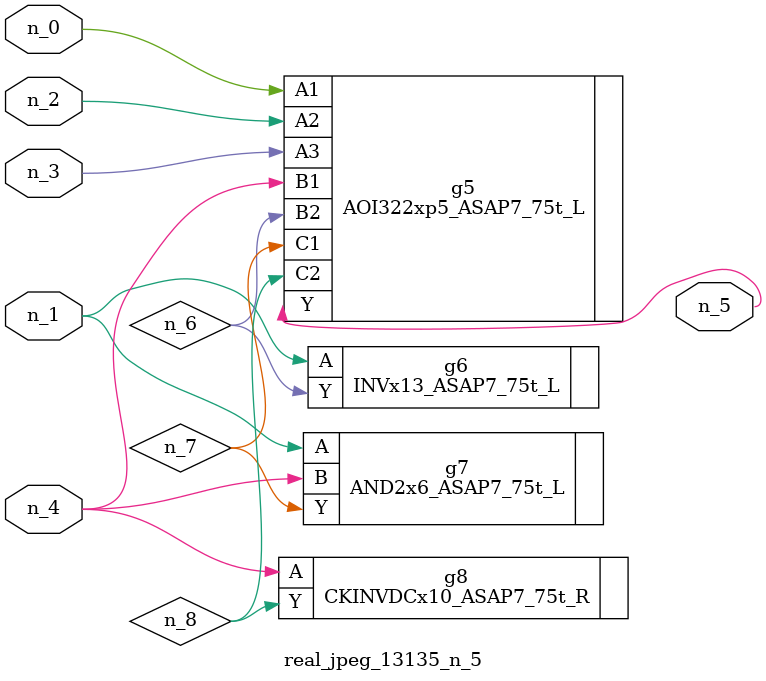
<source format=v>
module real_jpeg_13135_n_5 (n_4, n_0, n_1, n_2, n_3, n_5);

input n_4;
input n_0;
input n_1;
input n_2;
input n_3;

output n_5;

wire n_8;
wire n_6;
wire n_7;

AOI322xp5_ASAP7_75t_L g5 ( 
.A1(n_0),
.A2(n_2),
.A3(n_3),
.B1(n_4),
.B2(n_6),
.C1(n_7),
.C2(n_8),
.Y(n_5)
);

INVx13_ASAP7_75t_L g6 ( 
.A(n_1),
.Y(n_6)
);

AND2x6_ASAP7_75t_L g7 ( 
.A(n_1),
.B(n_4),
.Y(n_7)
);

CKINVDCx10_ASAP7_75t_R g8 ( 
.A(n_4),
.Y(n_8)
);


endmodule
</source>
